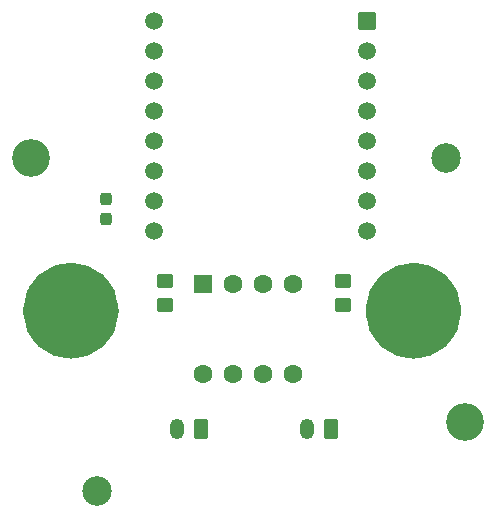
<source format=gts>
%TF.GenerationSoftware,KiCad,Pcbnew,9.0.2*%
%TF.CreationDate,2025-05-25T16:27:06-07:00*%
%TF.ProjectId,PCB,5043422e-6b69-4636-9164-5f7063625858,rev?*%
%TF.SameCoordinates,Original*%
%TF.FileFunction,Soldermask,Top*%
%TF.FilePolarity,Negative*%
%FSLAX46Y46*%
G04 Gerber Fmt 4.6, Leading zero omitted, Abs format (unit mm)*
G04 Created by KiCad (PCBNEW 9.0.2) date 2025-05-25 16:27:06*
%MOMM*%
%LPD*%
G01*
G04 APERTURE LIST*
G04 Aperture macros list*
%AMRoundRect*
0 Rectangle with rounded corners*
0 $1 Rounding radius*
0 $2 $3 $4 $5 $6 $7 $8 $9 X,Y pos of 4 corners*
0 Add a 4 corners polygon primitive as box body*
4,1,4,$2,$3,$4,$5,$6,$7,$8,$9,$2,$3,0*
0 Add four circle primitives for the rounded corners*
1,1,$1+$1,$2,$3*
1,1,$1+$1,$4,$5*
1,1,$1+$1,$6,$7*
1,1,$1+$1,$8,$9*
0 Add four rect primitives between the rounded corners*
20,1,$1+$1,$2,$3,$4,$5,0*
20,1,$1+$1,$4,$5,$6,$7,0*
20,1,$1+$1,$6,$7,$8,$9,0*
20,1,$1+$1,$8,$9,$2,$3,0*%
G04 Aperture macros list end*
%ADD10C,4.050000*%
%ADD11RoundRect,0.250000X0.450000X-0.350000X0.450000X0.350000X-0.450000X0.350000X-0.450000X-0.350000X0*%
%ADD12RoundRect,0.237500X-0.237500X0.300000X-0.237500X-0.300000X0.237500X-0.300000X0.237500X0.300000X0*%
%ADD13C,3.200000*%
%ADD14C,2.500000*%
%ADD15RoundRect,0.102000X0.654000X0.654000X-0.654000X0.654000X-0.654000X-0.654000X0.654000X-0.654000X0*%
%ADD16C,1.512000*%
%ADD17RoundRect,0.250000X-0.550000X0.550000X-0.550000X-0.550000X0.550000X-0.550000X0.550000X0.550000X0*%
%ADD18C,1.600000*%
%ADD19RoundRect,0.250000X0.350000X0.625000X-0.350000X0.625000X-0.350000X-0.625000X0.350000X-0.625000X0*%
%ADD20O,1.200000X1.750000*%
G04 APERTURE END LIST*
%TO.C,SW1*%
D10*
X57025000Y-73500000D02*
G75*
G02*
X52975000Y-73500000I-2025000J0D01*
G01*
X52975000Y-73500000D02*
G75*
G02*
X57025000Y-73500000I2025000J0D01*
G01*
%TO.C,SW2*%
X86025000Y-73500000D02*
G75*
G02*
X81975000Y-73500000I-2025000J0D01*
G01*
X81975000Y-73500000D02*
G75*
G02*
X86025000Y-73500000I2025000J0D01*
G01*
%TD*%
D11*
%TO.C,R2*%
X78000000Y-73000000D03*
X78000000Y-71000000D03*
%TD*%
D12*
%TO.C,C1*%
X58000000Y-64000000D03*
X58000000Y-65725000D03*
%TD*%
D13*
%TO.C,H1*%
X51600000Y-60600000D03*
%TD*%
D14*
%TO.C,H3*%
X86750000Y-60550000D03*
%TD*%
%TO.C,H4*%
X57250000Y-88750000D03*
%TD*%
D11*
%TO.C,R1*%
X63000000Y-73000000D03*
X63000000Y-71000000D03*
%TD*%
D13*
%TO.C,H2*%
X88400000Y-82900000D03*
%TD*%
D15*
%TO.C,U2*%
X80034000Y-49000000D03*
D16*
X80034000Y-51540000D03*
X80034000Y-54080000D03*
X80034000Y-56620000D03*
X80034000Y-59160000D03*
X80034000Y-61700000D03*
X80034000Y-64240000D03*
X80034000Y-66780000D03*
X62000000Y-66780000D03*
X62000000Y-64240000D03*
X62000000Y-61700000D03*
X62000000Y-59160000D03*
X62000000Y-56620000D03*
X62000000Y-54080000D03*
X62000000Y-51540000D03*
X62000000Y-49000000D03*
%TD*%
D17*
%TO.C,U1*%
X66190000Y-71195000D03*
D18*
X68730000Y-71195000D03*
X71270000Y-71195000D03*
X73810000Y-71195000D03*
X73810000Y-78815000D03*
X71270000Y-78815000D03*
X68730000Y-78815000D03*
X66190000Y-78815000D03*
%TD*%
D19*
%TO.C,SPK1*%
X77000000Y-83550000D03*
D20*
X75000000Y-83550000D03*
%TD*%
D19*
%TO.C,BAT1*%
X66000000Y-83550000D03*
D20*
X64000000Y-83550000D03*
%TD*%
M02*

</source>
